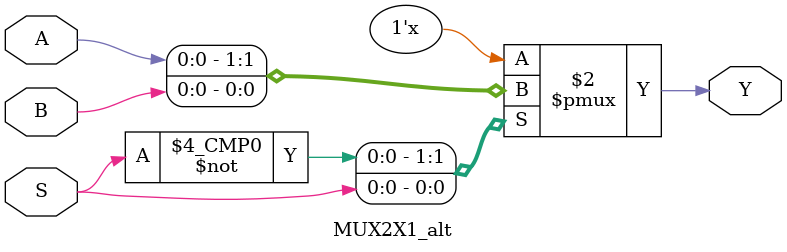
<source format=v>


module MUX2X1_alt( Y, A, B, S );

  input A;
  input S;
  output reg Y;
  input B;

  always@(A, B, S)
  begin
    case(S)
      1'b0: Y = A;
      1'b1: Y = B;
    endcase
  end
    
endmodule

</source>
